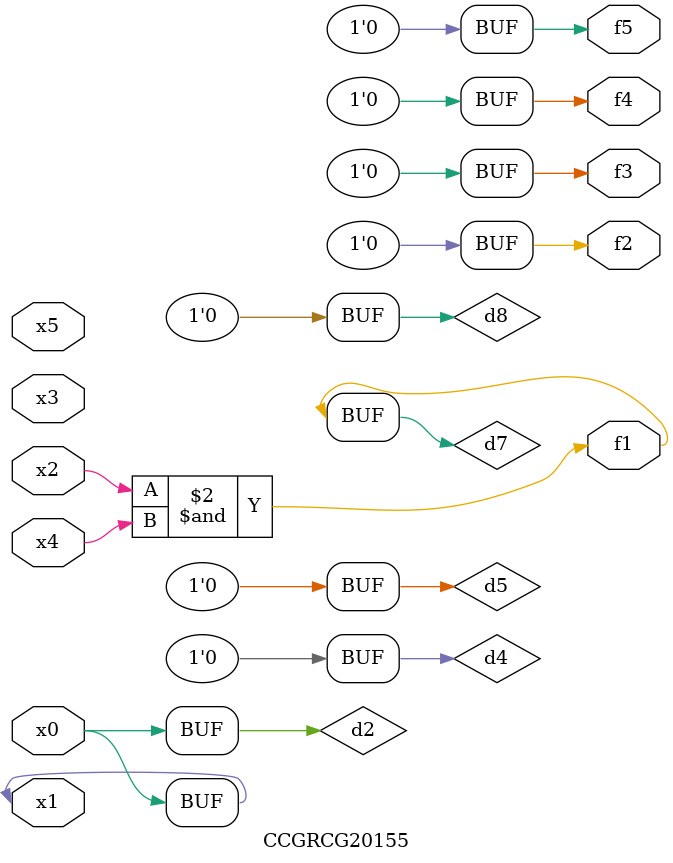
<source format=v>
module CCGRCG20155(
	input x0, x1, x2, x3, x4, x5,
	output f1, f2, f3, f4, f5
);

	wire d1, d2, d3, d4, d5, d6, d7, d8, d9;

	nand (d1, x1);
	buf (d2, x0, x1);
	nand (d3, x2, x4);
	and (d4, d1, d2);
	and (d5, d1, d2);
	nand (d6, d1, d3);
	not (d7, d3);
	xor (d8, d5);
	nor (d9, d5, d6);
	assign f1 = d7;
	assign f2 = d8;
	assign f3 = d8;
	assign f4 = d8;
	assign f5 = d8;
endmodule

</source>
